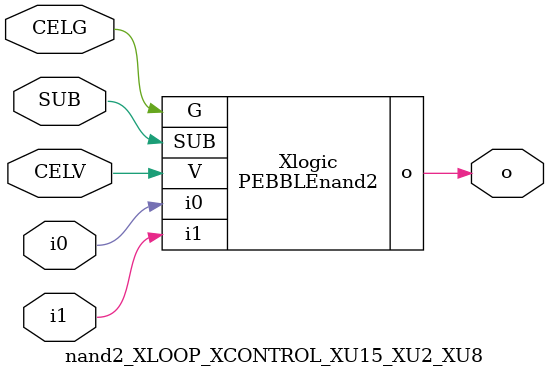
<source format=v>



module PEBBLEnand2 ( o, G, SUB, V, i0, i1 );

  input i0;
  input V;
  input i1;
  input G;
  output o;
  input SUB;
endmodule

//Celera Confidential Do Not Copy nand2_XLOOP_XCONTROL_XU15_XU2_XU8
//Celera Confidential Symbol Generator
//5V NAND2
module nand2_XLOOP_XCONTROL_XU15_XU2_XU8 (CELV,CELG,i0,i1,o,SUB);
input CELV;
input CELG;
input i0;
input i1;
input SUB;
output o;

//Celera Confidential Do Not Copy nand2
PEBBLEnand2 Xlogic(
.V (CELV),
.i0 (i0),
.i1 (i1),
.o (o),
.SUB (SUB),
.G (CELG)
);
//,diesize,PEBBLEnand2

//Celera Confidential Do Not Copy Module End
//Celera Schematic Generator
endmodule

</source>
